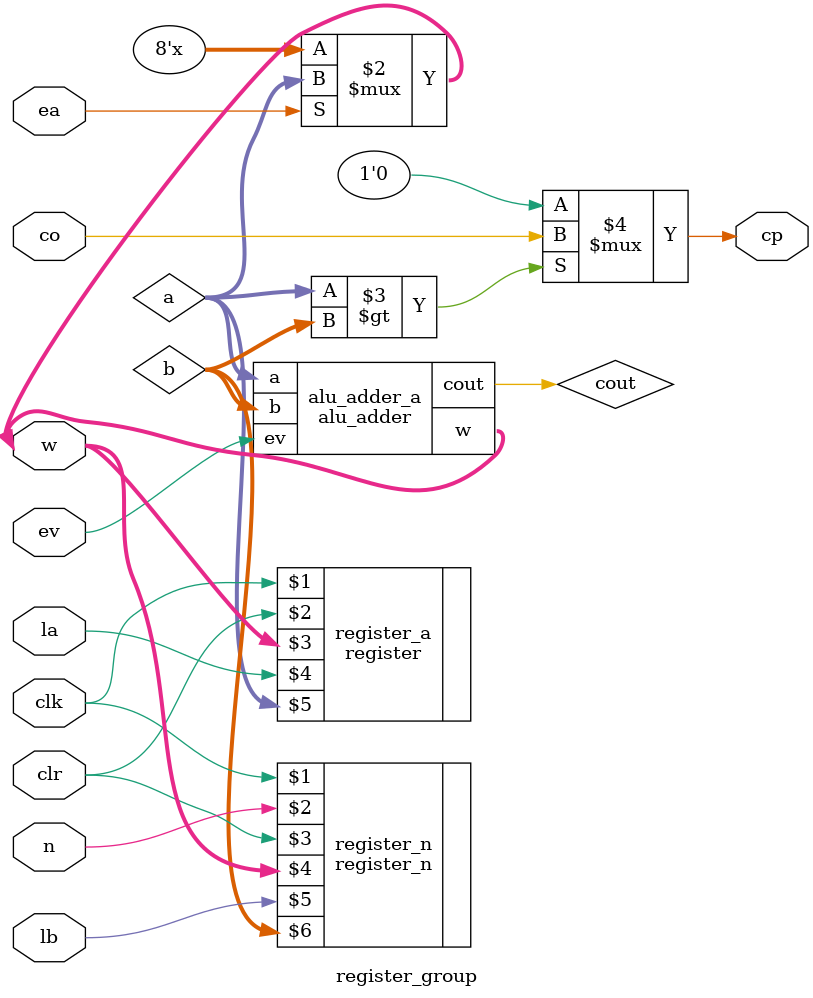
<source format=v>
`timescale 1ns / 1ps
/*
module adder(a,b,cin,sum,cout); //1bit
    input a,b,cin;
    output sum,cout;

    sum sum1(a,b,cin,sum);
    carry carry1(a,b,cin,cout);
endmodule

module sum(a,b,cin,sum);
    input a,b,cin;
    output sum;
    wire c;
    assign sum=a+b+cin;

endmodule

module carry(a,b,cin,cout);
    input a,b,cin;
    output cout;
    wire [1:0] sum;

    assign sum = a+b+cin;

    assign cout=sum[1];

endmodule
*/


module adder(input a, b, cin, output sum, cout);
  assign sum = a ^ b ^ cin;
  assign cout = (a & b) | (cin & (a ^ b));
endmodule

module alu_adder(
    input [7:0]a,
    input [7:0]b,
    input ev,
    output [7:0]w,
    output cout
    );

    wire [7:0] sum; 
   // wire [7:0] re_sum;       
    wire c1, c2,c3,c4,c5,c6,c7;

    adder u1(a[0],b[0],1'b0,sum[0],c1);
    adder u2(a[1],b[1],c1,sum[1],c2);
    adder u3(a[2],b[2],c2,sum[2],c3);
    adder u4(a[3],b[3],c3,sum[3],c4);
    adder u5(a[4],b[4],c4,sum[4],c5);
    adder u6(a[5],b[5],c5,sum[5],c6);
    adder u7(a[6],b[6],c6,sum[6],c7);
    adder u8(a[7],b[7],c7,sum[7],cout);
    
    assign   w = (ev)?sum:8'hzz;
 /*   
    register register_c(clk,clr,sum,ev,re_sum);
assign cp = co ? (b>re_sum):1'b0;


always    #0.025 $display($realtime,"%b,%b,%b,%b,%b",a,b,sum,w,re_sum);
    
assign w = (ea)?re_sum:8'bzz;
*/
endmodule

module register_group(input clk,clr,la,lb,ea,ev,co,n,inout [7:0]w,output cp);
    wire [7:0]a;
    wire [7:0]b;
    register register_a(clk,clr,w,la,a);
    register_n register_n(clk,n,clr,w,lb,b);
    alu_adder alu_adder_a(a,b,ev,w,cout);
    always    #0.025 $display($realtime,"%b,%b,%b",a,b,w);

    assign w = (ea)?a:8'bzz;
    assign cp = (a>b)?co:1'b0;
endmodule

</source>
